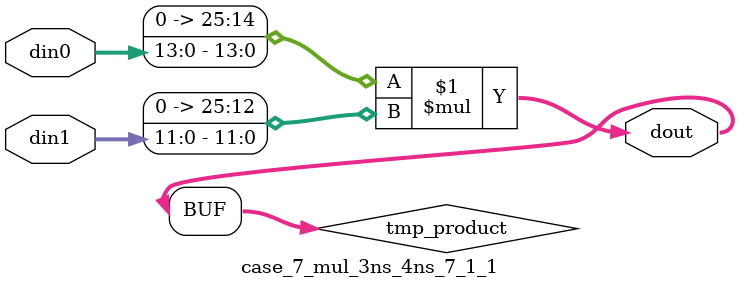
<source format=v>

`timescale 1 ns / 1 ps

 (* use_dsp = "no" *)  module case_7_mul_3ns_4ns_7_1_1(din0, din1, dout);
parameter ID = 1;
parameter NUM_STAGE = 0;
parameter din0_WIDTH = 14;
parameter din1_WIDTH = 12;
parameter dout_WIDTH = 26;

input [din0_WIDTH - 1 : 0] din0; 
input [din1_WIDTH - 1 : 0] din1; 
output [dout_WIDTH - 1 : 0] dout;

wire signed [dout_WIDTH - 1 : 0] tmp_product;
























assign tmp_product = $signed({1'b0, din0}) * $signed({1'b0, din1});











assign dout = tmp_product;





















endmodule

</source>
